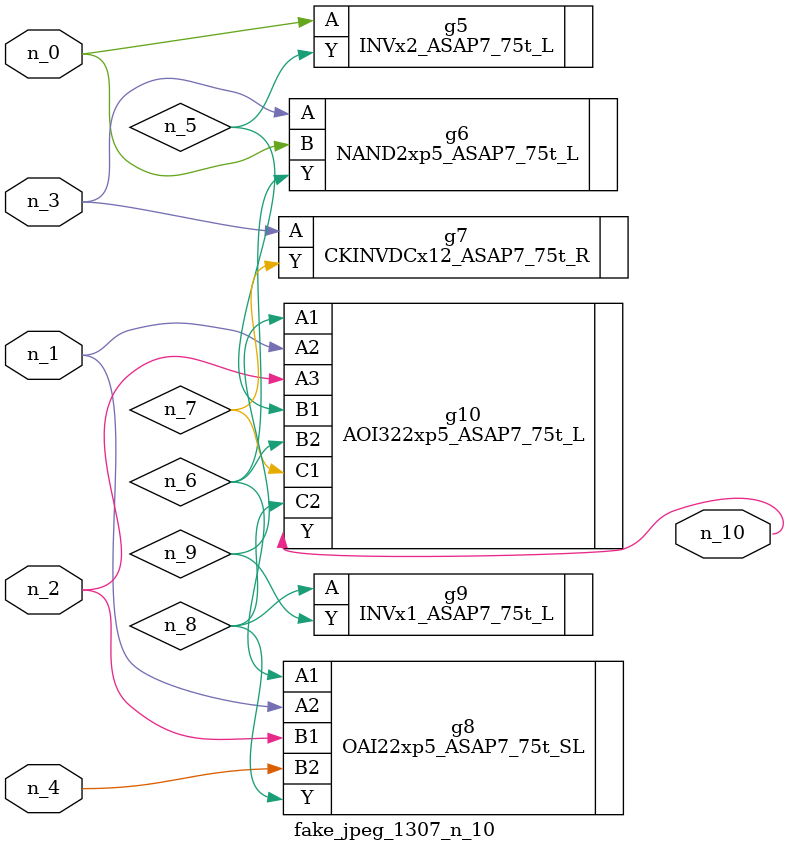
<source format=v>
module fake_jpeg_1307_n_10 (n_3, n_2, n_1, n_0, n_4, n_10);

input n_3;
input n_2;
input n_1;
input n_0;
input n_4;

output n_10;

wire n_8;
wire n_9;
wire n_6;
wire n_5;
wire n_7;

INVx2_ASAP7_75t_L g5 ( 
.A(n_0),
.Y(n_5)
);

NAND2xp5_ASAP7_75t_L g6 ( 
.A(n_3),
.B(n_0),
.Y(n_6)
);

CKINVDCx12_ASAP7_75t_R g7 ( 
.A(n_3),
.Y(n_7)
);

OAI22xp5_ASAP7_75t_SL g8 ( 
.A1(n_6),
.A2(n_1),
.B1(n_2),
.B2(n_4),
.Y(n_8)
);

INVx1_ASAP7_75t_L g9 ( 
.A(n_8),
.Y(n_9)
);

AOI322xp5_ASAP7_75t_L g10 ( 
.A1(n_9),
.A2(n_1),
.A3(n_2),
.B1(n_5),
.B2(n_6),
.C1(n_7),
.C2(n_8),
.Y(n_10)
);


endmodule
</source>
